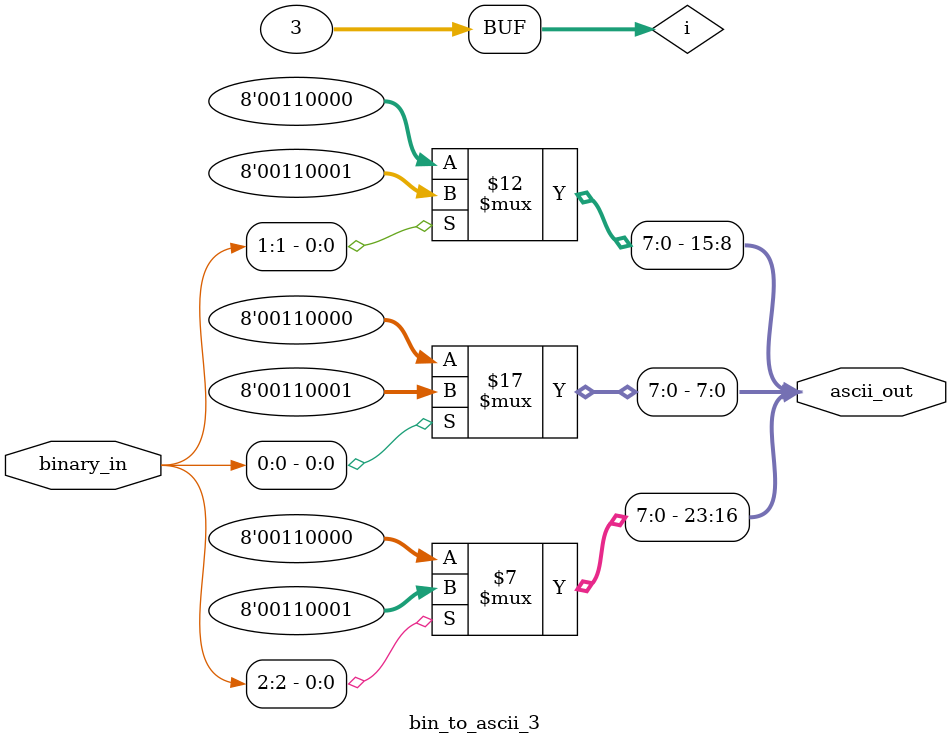
<source format=v>
module bin_to_ascii_3 (
    input wire [2:0] binary_in,   // Entrada binaria de hasta 7 bits
    output reg [23:0] ascii_out   // Salida ASCII (máximo 7 caracteres, 8 bits cada uno)
);

    integer i;
    

    always @* begin
        // Inicializamos la salida a ceros
        ascii_out = 24'b0;

        // Convertir cada bit de la sección especificada a ASCII
        for (i = 0; i < 3; i = i + 1) begin
            // Verificamos que el índice esté dentro del rango de `binary_in`
            if (i < 3) begin
                // Extraemos el bit específico y lo convertimos a ASCII
                if (binary_in[i] == 1'b1)
                    ascii_out[(i * 8) +: 8] = 8'h31; // ASCII de '1'
                else
                    ascii_out[(i * 8) +: 8] = 8'h30; // ASCII de '0'
            end
        end
    end

endmodule

</source>
